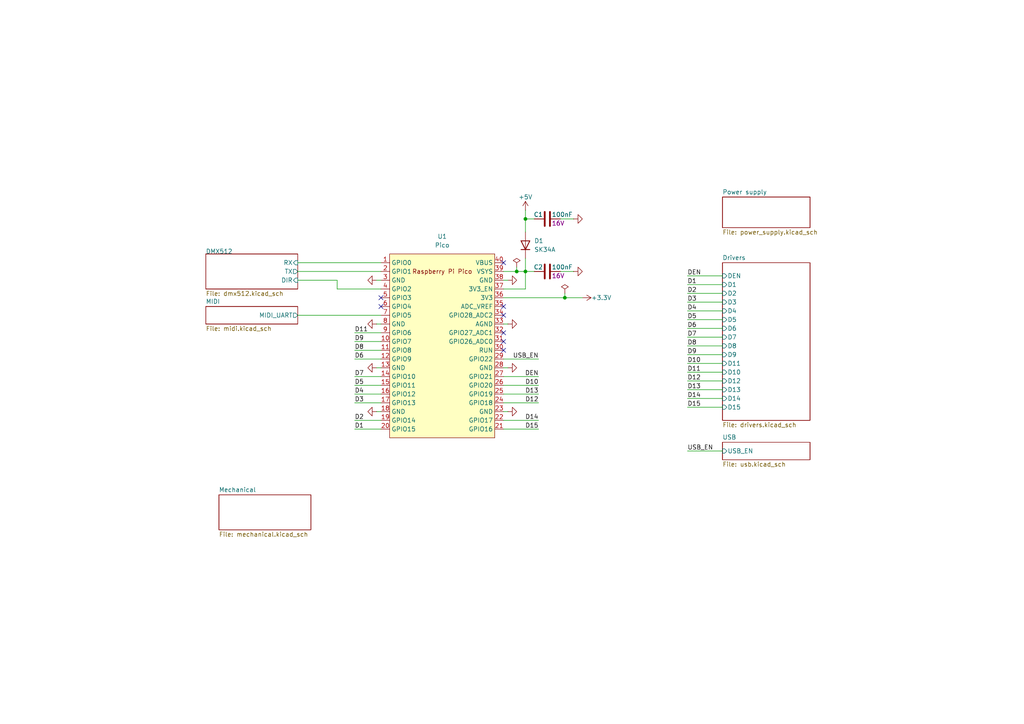
<source format=kicad_sch>
(kicad_sch (version 20231120) (generator "eeschema") (generator_version "8.0")
  (paper "A4")
  (lib_symbols
    (symbol "Device:C" (pin_numbers hide) (pin_names (offset 0.254))
      (property "Reference" "C" (at 0.635 2.54 0))
      (property "Value" "C" (at 0.635 -2.54 0))
      (symbol "C_0_1"
        (polyline (pts (xy -2.032 -0.762) (xy 2.032 -0.762)) (stroke (width 0.508)))
        (polyline (pts (xy -2.032 0.762) (xy 2.032 0.762)) (stroke (width 0.508)))
      )
      (symbol "C_1_1"
        (pin passive line (at 0 3.81 270) (length 2.794) (name "~") (number "1"))
        (pin passive line (at 0 -3.81 90) (length 2.794) (name "~") (number "2"))
      )
    )
    (symbol "Device:D" (pin_numbers hide) (pin_names (offset 1.016) hide)
      (property "Reference" "D" (at 0 2.54 0))
      (property "Value" "D" (at 0 -2.54 0))
      (symbol "D_0_1"
        (polyline (pts (xy -1.27 1.27) (xy -1.27 -1.27)) (stroke (width 0.254)))
        (polyline (pts (xy 1.27 0) (xy -1.27 0)))
        (polyline (pts (xy 1.27 1.27) (xy 1.27 -1.27) (xy -1.27 0) (xy 1.27 1.27)) (stroke (width 0.254)))
      )
      (symbol "D_1_1"
        (pin passive line (at -3.81 0 0) (length 2.54) (name "K") (number "1"))
        (pin passive line (at 3.81 0 180) (length 2.54) (name "A") (number "2"))
      )
    )
    (symbol "MCU_RaspberryPi_and_Boards:Pico"
      (property "Reference" "U" (at -13.97 27.94 0))
      (property "Value" "Pico" (at 0 19.05 0))
      (symbol "Pico_0_0"
        (text "Raspberry Pi Pico" (at 0 21.59 0) (effects (font (size 1.27 1.27))))
      )
      (symbol "Pico_0_1"
        (rectangle (start -15.24 26.67) (end 15.24 -26.67) (fill (type background)))
      )
      (symbol "Pico_1_1"
        (pin bidirectional line (at -17.78 24.13 0) (length 2.54) (name "GPIO0") (number "1"))
        (pin bidirectional line (at -17.78 1.27 0) (length 2.54) (name "GPIO7") (number "10"))
        (pin bidirectional line (at -17.78 -1.27 0) (length 2.54) (name "GPIO8") (number "11"))
        (pin bidirectional line (at -17.78 -3.81 0) (length 2.54) (name "GPIO9") (number "12"))
        (pin power_in line (at -17.78 -6.35 0) (length 2.54) (name "GND") (number "13"))
        (pin bidirectional line (at -17.78 -8.89 0) (length 2.54) (name "GPIO10") (number "14"))
        (pin bidirectional line (at -17.78 -11.43 0) (length 2.54) (name "GPIO11") (number "15"))
        (pin bidirectional line (at -17.78 -13.97 0) (length 2.54) (name "GPIO12") (number "16"))
        (pin bidirectional line (at -17.78 -16.51 0) (length 2.54) (name "GPIO13") (number "17"))
        (pin power_in line (at -17.78 -19.05 0) (length 2.54) (name "GND") (number "18"))
        (pin bidirectional line (at -17.78 -21.59 0) (length 2.54) (name "GPIO14") (number "19"))
        (pin bidirectional line (at -17.78 21.59 0) (length 2.54) (name "GPIO1") (number "2"))
        (pin bidirectional line (at -17.78 -24.13 0) (length 2.54) (name "GPIO15") (number "20"))
        (pin bidirectional line (at 17.78 -24.13 180) (length 2.54) (name "GPIO16") (number "21"))
        (pin bidirectional line (at 17.78 -21.59 180) (length 2.54) (name "GPIO17") (number "22"))
        (pin power_in line (at 17.78 -19.05 180) (length 2.54) (name "GND") (number "23"))
        (pin bidirectional line (at 17.78 -16.51 180) (length 2.54) (name "GPIO18") (number "24"))
        (pin bidirectional line (at 17.78 -13.97 180) (length 2.54) (name "GPIO19") (number "25"))
        (pin bidirectional line (at 17.78 -11.43 180) (length 2.54) (name "GPIO20") (number "26"))
        (pin bidirectional line (at 17.78 -8.89 180) (length 2.54) (name "GPIO21") (number "27"))
        (pin power_in line (at 17.78 -6.35 180) (length 2.54) (name "GND") (number "28"))
        (pin bidirectional line (at 17.78 -3.81 180) (length 2.54) (name "GPIO22") (number "29"))
        (pin power_in line (at -17.78 19.05 0) (length 2.54) (name "GND") (number "3"))
        (pin input line (at 17.78 -1.27 180) (length 2.54) (name "RUN") (number "30"))
        (pin bidirectional line (at 17.78 1.27 180) (length 2.54) (name "GPIO26_ADC0") (number "31"))
        (pin bidirectional line (at 17.78 3.81 180) (length 2.54) (name "GPIO27_ADC1") (number "32"))
        (pin power_in line (at 17.78 6.35 180) (length 2.54) (name "AGND") (number "33"))
        (pin bidirectional line (at 17.78 8.89 180) (length 2.54) (name "GPIO28_ADC2") (number "34"))
        (pin power_in line (at 17.78 11.43 180) (length 2.54) (name "ADC_VREF") (number "35"))
        (pin power_in line (at 17.78 13.97 180) (length 2.54) (name "3V3") (number "36"))
        (pin input line (at 17.78 16.51 180) (length 2.54) (name "3V3_EN") (number "37"))
        (pin power_in line (at 17.78 19.05 180) (length 2.54) (name "GND") (number "38"))
        (pin power_in line (at 17.78 21.59 180) (length 2.54) (name "VSYS") (number "39"))
        (pin bidirectional line (at -17.78 16.51 0) (length 2.54) (name "GPIO2") (number "4"))
        (pin power_in line (at 17.78 24.13 180) (length 2.54) (name "VBUS") (number "40"))
        (pin bidirectional line (at -17.78 13.97 0) (length 2.54) (name "GPIO3") (number "5"))
        (pin bidirectional line (at -17.78 11.43 0) (length 2.54) (name "GPIO4") (number "6"))
        (pin bidirectional line (at -17.78 8.89 0) (length 2.54) (name "GPIO5") (number "7"))
        (pin power_in line (at -17.78 6.35 0) (length 2.54) (name "GND") (number "8"))
        (pin bidirectional line (at -17.78 3.81 0) (length 2.54) (name "GPIO6") (number "9"))
      )
    )
    (symbol "power:+3.3V" (power) (pin_numbers hide) (pin_names (offset 0) hide)
      (property "Value" "+3.3V" (at 0 3.556 0))
      (symbol "+3.3V_0_1"
        (polyline (pts (xy -0.762 1.27) (xy 0 2.54)))
        (polyline (pts (xy 0 0) (xy 0 2.54)))
        (polyline (pts (xy 0 2.54) (xy 0.762 1.27)))
      )
      (symbol "+3.3V_1_1"
        (pin power_in line (at 0 0 90) (length 0) (name "~") (number "1"))
      )
    )
    (symbol "power:+5V" (power) (pin_numbers hide) (pin_names (offset 0) hide)
      (property "Value" "+5V" (at 0 3.556 0))
      (symbol "+5V_0_1"
        (polyline (pts (xy -0.762 1.27) (xy 0 2.54)))
        (polyline (pts (xy 0 0) (xy 0 2.54)))
        (polyline (pts (xy 0 2.54) (xy 0.762 1.27)))
      )
      (symbol "+5V_1_1"
        (pin power_in line (at 0 0 90) (length 0) (name "~") (number "1"))
      )
    )
    (symbol "power:GND" (power) (pin_numbers hide) (pin_names (offset 0) hide)
      (property "Value" "GND" (at 0 -3.81 0))
      (symbol "GND_0_1"
        (polyline (pts (xy 0 0) (xy 0 -1.27) (xy 1.27 -1.27) (xy 0 -2.54) (xy -1.27 -1.27) (xy 0 -1.27)))
      )
      (symbol "GND_1_1"
        (pin power_in line (at 0 0 270) (length 0) (name "~") (number "1"))
      )
    )
    (symbol "power:PWR_FLAG" (power) (pin_numbers hide) (pin_names (offset 0) hide)
      (property "Value" "PWR_FLAG" (at 0 3.81 0))
      (symbol "PWR_FLAG_0_0"
        (pin power_out line (at 0 0 90) (length 0) (name "~") (number "1"))
      )
      (symbol "PWR_FLAG_0_1"
        (polyline (pts (xy 0 0) (xy 0 1.27) (xy -1.016 1.905) (xy 0 2.54) (xy 1.016 1.905) (xy 0 1.27)))
      )
    )
  )
  (junction (at 152.4 63.5))
  (junction (at 152.4 78.74))
  (junction (at 163.83 86.36))
  (junction (at 149.86 78.74))
  (no_connect (at 146.05 101.6))
  (no_connect (at 146.05 96.52))
  (no_connect (at 146.05 91.44))
  (no_connect (at 146.05 99.06))
  (no_connect (at 110.49 86.36))
  (no_connect (at 110.49 88.9))
  (no_connect (at 146.05 76.2))
  (no_connect (at 146.05 88.9))
  (wire (pts (xy 199.39 102.87) (xy 209.55 102.87)))
  (wire (pts (xy 199.39 92.71) (xy 209.55 92.71)))
  (wire (pts (xy 199.39 100.33) (xy 209.55 100.33)))
  (wire (pts (xy 199.39 97.79) (xy 209.55 97.79)))
  (wire (pts (xy 97.79 81.28) (xy 86.36 81.28)))
  (wire (pts (xy 199.39 118.11) (xy 209.55 118.11)))
  (wire (pts (xy 199.39 113.03) (xy 209.55 113.03)))
  (wire (pts (xy 156.21 121.92) (xy 146.05 121.92)))
  (wire (pts (xy 102.87 114.3) (xy 110.49 114.3)))
  (wire (pts (xy 97.79 83.82) (xy 97.79 81.28)))
  (wire (pts (xy 152.4 78.74) (xy 154.94 78.74)))
  (wire (pts (xy 146.05 93.98) (xy 147.32 93.98)))
  (wire (pts (xy 110.49 93.98) (xy 109.22 93.98)))
  (wire (pts (xy 163.83 86.36) (xy 168.91 86.36)))
  (wire (pts (xy 152.4 63.5) (xy 152.4 67.31)))
  (wire (pts (xy 146.05 106.68) (xy 147.32 106.68)))
  (wire (pts (xy 102.87 104.14) (xy 110.49 104.14)))
  (wire (pts (xy 156.21 116.84) (xy 146.05 116.84)))
  (wire (pts (xy 149.86 78.74) (xy 146.05 78.74)))
  (wire (pts (xy 199.39 95.25) (xy 209.55 95.25)))
  (wire (pts (xy 156.21 109.22) (xy 146.05 109.22)))
  (wire (pts (xy 110.49 106.68) (xy 109.22 106.68)))
  (wire (pts (xy 199.39 82.55) (xy 209.55 82.55)))
  (wire (pts (xy 146.05 119.38) (xy 147.32 119.38)))
  (wire (pts (xy 152.4 74.93) (xy 152.4 78.74)))
  (wire (pts (xy 156.21 111.76) (xy 146.05 111.76)))
  (wire (pts (xy 146.05 81.28) (xy 147.32 81.28)))
  (wire (pts (xy 102.87 109.22) (xy 110.49 109.22)))
  (wire (pts (xy 102.87 124.46) (xy 110.49 124.46)))
  (wire (pts (xy 199.39 105.41) (xy 209.55 105.41)))
  (wire (pts (xy 86.36 91.44) (xy 110.49 91.44)))
  (wire (pts (xy 152.4 83.82) (xy 152.4 78.74)))
  (wire (pts (xy 102.87 96.52) (xy 110.49 96.52)))
  (wire (pts (xy 199.39 107.95) (xy 209.55 107.95)))
  (wire (pts (xy 152.4 78.74) (xy 149.86 78.74)))
  (wire (pts (xy 86.36 76.2) (xy 110.49 76.2)))
  (wire (pts (xy 199.39 110.49) (xy 209.55 110.49)))
  (wire (pts (xy 146.05 83.82) (xy 152.4 83.82)))
  (wire (pts (xy 156.21 124.46) (xy 146.05 124.46)))
  (wire (pts (xy 162.56 63.5) (xy 166.37 63.5)))
  (wire (pts (xy 199.39 115.57) (xy 209.55 115.57)))
  (wire (pts (xy 156.21 104.14) (xy 146.05 104.14)))
  (wire (pts (xy 110.49 83.82) (xy 97.79 83.82)))
  (wire (pts (xy 149.86 77.47) (xy 149.86 78.74)))
  (wire (pts (xy 199.39 130.81) (xy 209.55 130.81)))
  (wire (pts (xy 163.83 85.09) (xy 163.83 86.36)))
  (wire (pts (xy 146.05 86.36) (xy 163.83 86.36)))
  (wire (pts (xy 162.56 78.74) (xy 166.37 78.74)))
  (wire (pts (xy 86.36 78.74) (xy 110.49 78.74)))
  (wire (pts (xy 110.49 81.28) (xy 109.22 81.28)))
  (wire (pts (xy 199.39 85.09) (xy 209.55 85.09)))
  (wire (pts (xy 199.39 80.01) (xy 209.55 80.01)))
  (wire (pts (xy 102.87 111.76) (xy 110.49 111.76)))
  (wire (pts (xy 102.87 121.92) (xy 110.49 121.92)))
  (wire (pts (xy 156.21 114.3) (xy 146.05 114.3)))
  (wire (pts (xy 199.39 90.17) (xy 209.55 90.17)))
  (wire (pts (xy 102.87 99.06) (xy 110.49 99.06)))
  (wire (pts (xy 102.87 101.6) (xy 110.49 101.6)))
  (wire (pts (xy 199.39 87.63) (xy 209.55 87.63)))
  (wire (pts (xy 102.87 116.84) (xy 110.49 116.84)))
  (wire (pts (xy 154.94 63.5) (xy 152.4 63.5)))
  (wire (pts (xy 110.49 119.38) (xy 109.22 119.38)))
  (wire (pts (xy 152.4 60.96) (xy 152.4 63.5)))
  (label "D11" (at 102.87 96.52 0))
  (label "D4" (at 199.39 90.17 0))
  (label "USB_EN" (at 199.39 130.81 0))
  (label "USB_EN" (at 156.21 104.14 180))
  (label "D13" (at 156.21 114.3 180))
  (label "D6" (at 199.39 95.25 0))
  (label "D7" (at 102.87 109.22 0))
  (label "D5" (at 199.39 92.71 0))
  (label "D13" (at 199.39 113.03 0))
  (label "D10" (at 199.39 105.41 0))
  (label "D2" (at 199.39 85.09 0))
  (label "D14" (at 199.39 115.57 0))
  (label "D11" (at 199.39 107.95 0))
  (label "D7" (at 199.39 97.79 0))
  (label "D9" (at 102.87 99.06 0))
  (label "D3" (at 199.39 87.63 0))
  (label "D8" (at 102.87 101.6 0))
  (label "DEN" (at 156.21 109.22 180))
  (label "D15" (at 199.39 118.11 0))
  (label "D14" (at 156.21 121.92 180))
  (label "D2" (at 102.87 121.92 0))
  (label "DEN" (at 199.39 80.01 0))
  (label "D1" (at 102.87 124.46 0))
  (label "D3" (at 102.87 116.84 0))
  (label "D5" (at 102.87 111.76 0))
  (label "D15" (at 156.21 124.46 180))
  (label "D12" (at 199.39 110.49 0))
  (label "D12" (at 156.21 116.84 180))
  (label "D8" (at 199.39 100.33 0))
  (label "D10" (at 156.21 111.76 180))
  (label "D9" (at 199.39 102.87 0))
  (label "D4" (at 102.87 114.3 0))
  (label "D1" (at 199.39 82.55 0))
  (label "D6" (at 102.87 104.14 0))
  (symbol (lib_id "power:GND") (at 166.37 63.5 90) (unit 1)
    (property "Reference" "#PWR010" (effects (hide yes)))
    (property "Value" "GND" (effects (hide yes)))
  )
  (symbol (lib_id "Device:D") (at 152.4 71.12 90) (unit 1)
    (property "Reference" "D1" (at 154.94 69.85 90) (effects (justify right)))
    (property "Value" "SK34A" (at 154.94 72.39 90) (effects (justify right)))
    (property "Footprint" "Diode_SMD:D_SMA" (effects (hide yes)))
    (property "Sim.Device" "D" (effects (hide yes)))
    (property "Sim.Pins" "1=K 2=A" (effects (hide yes)))
    (property "Shop" "https://store.comet.bg/Catalogue/Product/49266/" (effects (hide yes)))
    (property "Part" "SK34A" (effects (hide yes)))
  )
  (symbol (lib_id "power:GND") (at 166.37 78.74 90) (unit 1)
    (property "Reference" "#PWR011" (effects (hide yes)))
    (property "Value" "GND" (effects (hide yes)))
  )
  (symbol (lib_id "power:+3.3V") (at 168.91 86.36 270) (unit 1)
    (property "Reference" "#PWR012" (effects (hide yes)))
    (property "Value" "+3.3V" (at 171.45 86.36 90) (effects (justify left)))
    (property "Description" "Power symbol creates a global label with name \"+3.3V\"" (effects (hide yes)))
  )
  (symbol (lib_id "power:+5V") (at 152.4 60.96 0) (unit 1)
    (property "Reference" "#PWR09" (effects (hide yes)))
    (property "Value" "+5V" (at 152.4 57.15 0))
    (property "Description" "Power symbol creates a global label with name \"+5V\"" (effects (hide yes)))
  )
  (symbol (lib_id "power:GND") (at 147.32 81.28 90) (unit 1)
    (property "Reference" "#PWR05" (effects (hide yes)))
    (property "Value" "GND" (effects (hide yes)))
  )
  (symbol (lib_id "power:GND") (at 109.22 119.38 270) (unit 1)
    (property "Reference" "#PWR04" (effects (hide yes)))
    (property "Value" "GND" (effects (hide yes)))
  )
  (symbol (lib_id "power:GND") (at 109.22 106.68 270) (unit 1)
    (property "Reference" "#PWR03" (effects (hide yes)))
    (property "Value" "GND" (effects (hide yes)))
  )
  (symbol (lib_id "Device:C") (at 158.75 78.74 90) (unit 1)
    (property "Reference" "C2" (at 157.48 77.47 90) (effects (justify left)))
    (property "Value" "100nF" (at 160.02 77.47 90) (effects (justify right)))
    (property "Footprint" "Capacitor_SMD:C_0805_2012Metric" (effects (hide yes)))
    (property "Info" "16V" (at 160.02 80.01 90) (effects (justify right)))
    (property "Shop" "https://store.comet.bg/Catalogue/Product/16789/" (effects (hide yes)))
    (property "Part" "C 100nF 16V 0805" (effects (hide yes)))
  )
  (symbol (lib_id "power:GND") (at 109.22 93.98 270) (unit 1)
    (property "Reference" "#PWR02" (effects (hide yes)))
    (property "Value" "GND" (effects (hide yes)))
  )
  (symbol (lib_id "power:GND") (at 147.32 106.68 90) (unit 1)
    (property "Reference" "#PWR07" (effects (hide yes)))
    (property "Value" "GND" (effects (hide yes)))
  )
  (symbol (lib_id "MCU_RaspberryPi_and_Boards:Pico") (at 128.27 100.33 0) (unit 1)
    (property "Reference" "U1" (at 128.27 68.58 0))
    (property "Value" "Pico" (at 128.27 71.12 0))
    (property "Footprint" "MCU_RaspberryPi_and_Boards:RPi_Pico_TH" (effects (hide yes)))
    (property "Part" "2x Header_01x20" (effects (hide yes)))
  )
  (symbol (lib_id "power:PWR_FLAG") (at 163.83 85.09 0) (unit 1)
    (property "Reference" "#FLG02" (effects (hide yes)))
    (property "Value" "PWR_FLAG" (effects (hide yes)))
    (property "Description" "Special symbol for telling ERC where power comes from" (effects (hide yes)))
  )
  (symbol (lib_id "power:GND") (at 147.32 119.38 90) (unit 1)
    (property "Reference" "#PWR08" (effects (hide yes)))
    (property "Value" "GND" (effects (hide yes)))
  )
  (symbol (lib_id "power:GND") (at 109.22 81.28 270) (unit 1)
    (property "Reference" "#PWR01" (effects (hide yes)))
    (property "Value" "GND" (effects (hide yes)))
  )
  (symbol (lib_id "power:PWR_FLAG") (at 149.86 77.47 0) (unit 1)
    (property "Reference" "#FLG01" (effects (hide yes)))
    (property "Value" "PWR_FLAG" (effects (hide yes)))
    (property "Description" "Special symbol for telling ERC where power comes from" (effects (hide yes)))
  )
  (symbol (lib_id "Device:C") (at 158.75 63.5 90) (unit 1)
    (property "Reference" "C1" (at 157.48 62.23 90) (effects (justify left)))
    (property "Value" "100nF" (at 160.02 62.23 90) (effects (justify right)))
    (property "Footprint" "Capacitor_SMD:C_0805_2012Metric" (effects (hide yes)))
    (property "Info" "16V" (at 160.02 64.77 90) (effects (justify right)))
    (property "Shop" "https://store.comet.bg/Catalogue/Product/16789/" (effects (hide yes)))
    (property "Part" "C 100nF 16V 0805" (effects (hide yes)))
  )
  (symbol (lib_id "power:GND") (at 147.32 93.98 90) (unit 1)
    (property "Reference" "#PWR06" (effects (hide yes)))
    (property "Value" "GND" (effects (hide yes)))
  )
  (sheet (at 209.55 57.15) (size 25.4 8.89) (stroke (width 0.1524))
    (property "Sheetname" "Power supply" (at 209.55 56.4384 0) (effects (justify left bottom)))
    (property "Sheetfile" "power_supply.kicad_sch" (at 209.55 66.6246 0) (effects (justify left top)))
  )
  (sheet (at 209.55 76.2) (size 25.4 45.72) (stroke (width 0.1524))
    (property "Sheetname" "Drivers" (at 209.55 75.4884 0) (effects (justify left bottom)))
    (property "Sheetfile" "drivers.kicad_sch" (at 209.55 122.5046 0) (effects (justify left top)))
    (pin "D1" input (at 209.55 82.55 180))
    (pin "D2" input (at 209.55 85.09 180))
    (pin "D3" input (at 209.55 87.63 180))
    (pin "D4" input (at 209.55 90.17 180))
    (pin "D5" input (at 209.55 92.71 180))
    (pin "D6" input (at 209.55 95.25 180))
    (pin "D12" input (at 209.55 110.49 180))
    (pin "D10" input (at 209.55 107.95 180))
    (pin "D11" input (at 209.55 105.41 180))
    (pin "D9" input (at 209.55 102.87 180))
    (pin "D8" input (at 209.55 100.33 180))
    (pin "D7" input (at 209.55 97.79 180))
    (pin "DEN" input (at 209.55 80.01 180))
    (pin "D13" input (at 209.55 113.03 180))
    (pin "D14" input (at 209.55 115.57 180))
    (pin "D15" input (at 209.55 118.11 180))
  )
  (sheet (at 59.69 88.9) (size 26.67 5.08) (stroke (width 0.1524))
    (property "Sheetname" "MIDI" (at 59.69 88.1884 0) (effects (justify left bottom)))
    (property "Sheetfile" "midi.kicad_sch" (at 59.69 94.5646 0) (effects (justify left top)))
    (pin "MIDI_UART" output (at 86.36 91.44 0))
  )
  (sheet (at 63.5 143.51) (size 26.67 10.16) (stroke (width 0.1524))
    (property "Sheetname" "Mechanical" (at 63.5 142.7984 0) (effects (justify left bottom)))
    (property "Sheetfile" "mechanical.kicad_sch" (at 63.5 154.2546 0) (effects (justify left top)))
  )
  (sheet (at 209.55 128.27) (size 25.4 5.08) (stroke (width 0.1524))
    (property "Sheetname" "USB" (at 209.55 127.5584 0) (effects (justify left bottom)))
    (property "Sheetfile" "usb.kicad_sch" (at 209.55 133.9346 0) (effects (justify left top)))
    (pin "USB_EN" input (at 209.55 130.81 180))
  )
  (sheet (at 59.69 73.66) (size 26.67 10.16) (stroke (width 0.1524))
    (property "Sheetname" "DMX512" (at 59.69 73.66 0) (effects (justify left bottom)))
    (property "Sheetfile" "dmx512.kicad_sch" (at 59.69 84.4046 0) (effects (justify left top)))
    (pin "RX" input (at 86.36 76.2 0))
    (pin "DIR" input (at 86.36 81.28 0))
    (pin "TX" output (at 86.36 78.74 0))
  )
)
</source>
